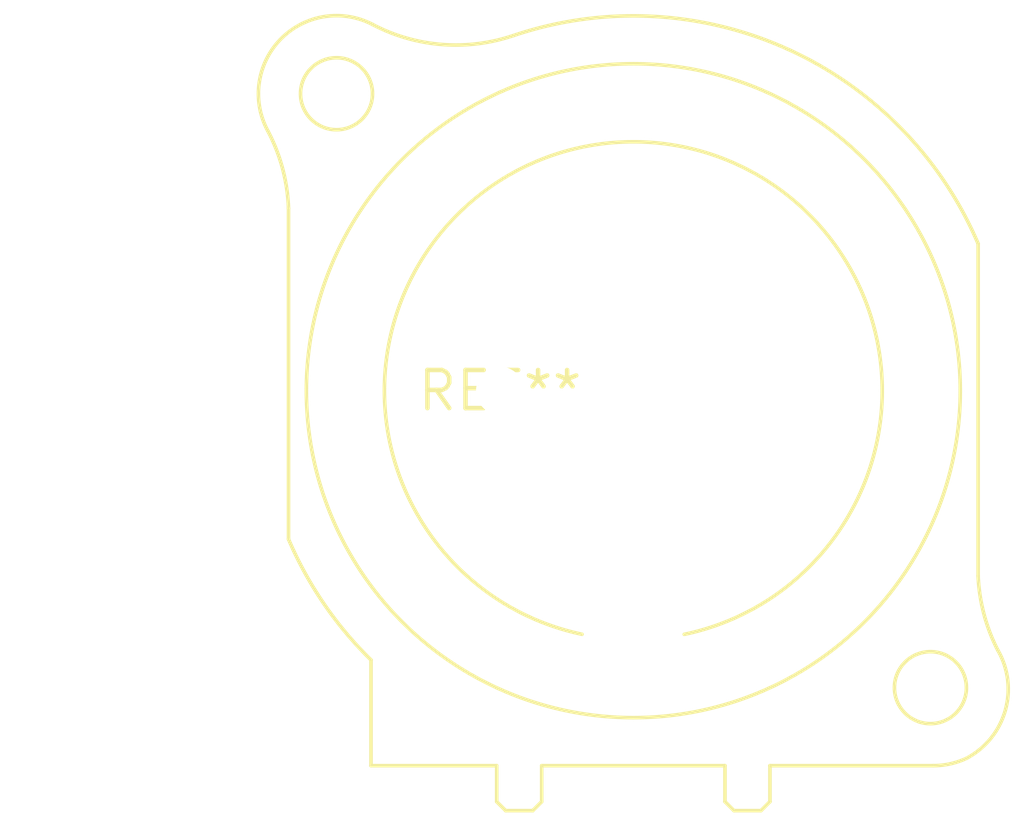
<source format=kicad_pcb>
(kicad_pcb (version 20240108) (generator pcbnew)
  (layers (0 "F.Cu" signal) (31 "B.Cu" signal) (34 "B.Paste" user) (35 "F.Paste" user) (36 "B.SilkS" user "B.Silkscreen") (37 "F.SilkS" user "F.Silkscreen") (38 "B.Mask" user) (39 "F.Mask" user) (44 "Edge.Cuts" user))
  (net 0 "")
  (footprint "Jack_XLR_Neutrik_NC4MBV_Vertical" (layer "F.Cu") (at 0 0)
    (property "Reference" "REF**")
    (property "Value" "Jack_XLR_Neutrik_NC4MBV_Vertical")
    (fp_line (start -7.05 -6.08) (end -7.05 4.95) (layer "F.SilkS") (stroke (width 0.12)))
    (fp_line (start -4.3 12.5) (end -4.3 8.98) (layer "F.SilkS") (stroke (width 0.12)))
    (fp_line (start -0.11 12.5) (end -4.3 12.5) (layer "F.SilkS") (stroke (width 0.12)))
    (fp_line (start -0.11 12.5) (end -0.11 13.7) (layer "F.SilkS") (stroke (width 0.12)))
    (fp_line (start -0.11 13.7) (end 0.19 14) (layer "F.SilkS") (stroke (width 0.12)))
    (fp_line (start 1.09 14) (end 0.19 14) (layer "F.SilkS") (stroke (width 0.12)))
    (fp_line (start 1.39 12.5) (end 1.39 13.7) (layer "F.SilkS") (stroke (width 0.12)))
    (fp_line (start 1.39 13.7) (end 1.09 14) (layer "F.SilkS") (stroke (width 0.12)))
    (fp_line (start 7.5 12.5) (end 1.39 12.5) (layer "F.SilkS") (stroke (width 0.12)))
    (fp_line (start 7.5 12.5) (end 7.5 13.7) (layer "F.SilkS") (stroke (width 0.12)))
    (fp_line (start 7.5 13.7) (end 7.8 14) (layer "F.SilkS") (stroke (width 0.12)))
    (fp_line (start 7.8 14) (end 8.7 14) (layer "F.SilkS") (stroke (width 0.12)))
    (fp_line (start 9 12.5) (end 9 13.7) (layer "F.SilkS") (stroke (width 0.12)))
    (fp_line (start 9 13.7) (end 8.7 14) (layer "F.SilkS") (stroke (width 0.12)))
    (fp_line (start 14.45 12.5) (end 9 12.5) (layer "F.SilkS") (stroke (width 0.12)))
    (fp_line (start 15.94 6.18) (end 15.94 -4.9) (layer "F.SilkS") (stroke (width 0.12)))
    (fp_arc (start -7.729201 -8.641635) (mid -7.2465 -7.39876) (end -7.05 -6.08) (layer "F.SilkS") (stroke (width 0.12)))
    (fp_arc (start -7.725637 -8.636048) (mid -7.316154 -11.714819) (end -4.25 -12.21) (layer "F.SilkS") (stroke (width 0.12)))
    (fp_arc (start -4.299846 8.975956) (mid -5.873184 7.098411) (end -7.05 4.95) (layer "F.SilkS") (stroke (width 0.12)))
    (fp_arc (start 0.433843 -11.835383) (mid -1.946442 -11.543029) (end -4.25 -12.21) (layer "F.SilkS") (stroke (width 0.12)))
    (fp_arc (start 0.441327 -11.837045) (mid 9.549963 -11.405454) (end 15.94 -4.9) (layer "F.SilkS") (stroke (width 0.12)))
    (fp_arc (start 2.735 8.12) (mid 4.451114 -8.2981) (end 6.143033 8.122511) (layer "F.SilkS") (stroke (width 0.12)))
    (fp_arc (start 15.558668 12.251777) (mid 15.018058 12.437185) (end 14.45 12.5) (layer "F.SilkS") (stroke (width 0.12)))
    (fp_arc (start 16.596979 8.653179) (mid 16.135244 7.451985) (end 15.94 6.18) (layer "F.SilkS") (stroke (width 0.12)))
    (fp_arc (start 16.598286 8.654414) (mid 16.841335 10.672303) (end 15.56 12.25) (layer "F.SilkS") (stroke (width 0.12)))
    (fp_circle (center -5.45 -9.9) (end -4.25 -9.9) (layer "F.SilkS") (stroke (width 0.12)) (fill none))
    (fp_circle (center 4.445 0) (end 15.345 0) (layer "F.SilkS") (stroke (width 0.12)) (fill none))
    (fp_circle (center 14.35 9.9) (end 15.55 9.9) (layer "F.SilkS") (stroke (width 0.12)) (fill none))
    (pad "1" thru_hole circle (at 0 0) (size 3.4 3.4) (drill 1.6) (layers *.Cu *.Mask) (remove_unused_layers))
    (pad "2" thru_hole circle (at 2.54 3.81) (size 3.4 3.4) (drill 1.6) (layers *.Cu *.Mask) (remove_unused_layers))
    (pad "3" thru_hole circle (at 6.35 3.175) (size 3.4 3.4) (drill 1.6) (layers *.Cu *.Mask) (remove_unused_layers))
    (pad "4" thru_hole circle (at 8.89 -0.635) (size 3.4 3.4) (drill 1.6) (layers *.Cu *.Mask) (remove_unused_layers))
    (pad "G" thru_hole circle (at 4.445 8.225) (size 2.9 2.9) (drill 1.2) (layers *.Cu *.Mask) (remove_unused_layers))
  )
)
</source>
